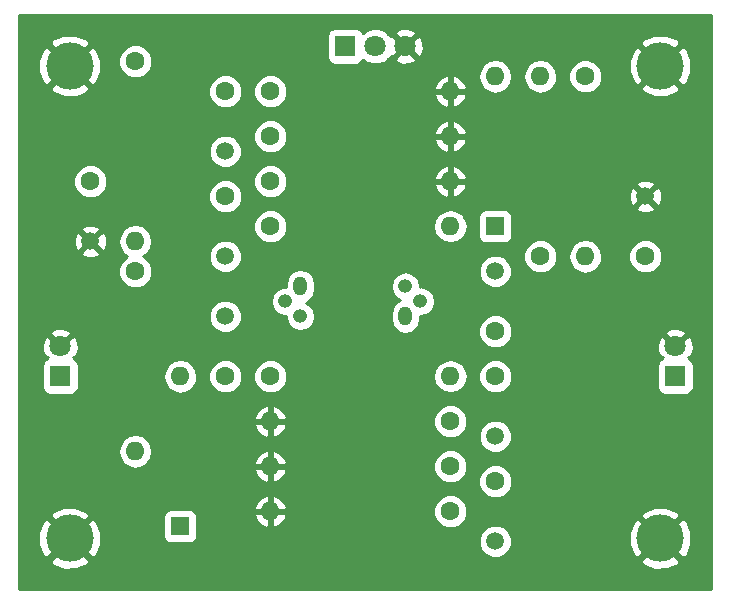
<source format=gbr>
G04 #@! TF.FileFunction,Copper,L1,Top,Signal*
%FSLAX46Y46*%
G04 Gerber Fmt 4.6, Leading zero omitted, Abs format (unit mm)*
G04 Created by KiCad (PCBNEW 4.0.7) date 06/12/18 10:06:56*
%MOMM*%
%LPD*%
G01*
G04 APERTURE LIST*
%ADD10C,0.100000*%
%ADD11C,1.600000*%
%ADD12C,1.500000*%
%ADD13R,1.600000X1.600000*%
%ADD14O,1.600000X1.600000*%
%ADD15C,4.000000*%
%ADD16R,1.800000X1.800000*%
%ADD17C,1.800000*%
%ADD18O,1.200000X1.600000*%
%ADD19O,1.200000X1.200000*%
%ADD20C,0.254000*%
G04 APERTURE END LIST*
D10*
D11*
X123190000Y-66040000D03*
D12*
X123190000Y-71120000D03*
D11*
X123190000Y-81280000D03*
D12*
X123190000Y-76200000D03*
D11*
X158750000Y-71120000D03*
D12*
X158750000Y-66040000D03*
D11*
X111760000Y-64770000D03*
D12*
X111760000Y-69850000D03*
D11*
X146050000Y-90170000D03*
D12*
X146050000Y-95250000D03*
D11*
X123190000Y-57150000D03*
D12*
X123190000Y-62230000D03*
D11*
X146050000Y-77470000D03*
D12*
X146050000Y-72390000D03*
D11*
X146050000Y-81280000D03*
D12*
X146050000Y-86360000D03*
D13*
X146050000Y-68580000D03*
D14*
X146050000Y-55880000D03*
D13*
X119380000Y-93980000D03*
D14*
X119380000Y-81280000D03*
D15*
X110000000Y-95000000D03*
X160000000Y-95000000D03*
X110000000Y-55000000D03*
X160000000Y-55000000D03*
D16*
X133350000Y-53340000D03*
D17*
X135890000Y-53340000D03*
X138430000Y-53340000D03*
D16*
X109220000Y-81280000D03*
D17*
X109220000Y-78740000D03*
D16*
X161290000Y-81280000D03*
D17*
X161290000Y-78740000D03*
D18*
X129540000Y-73660000D03*
D19*
X128270000Y-74930000D03*
X129540000Y-76200000D03*
D18*
X138430000Y-76200000D03*
D19*
X139700000Y-74930000D03*
X138430000Y-73660000D03*
D11*
X153670000Y-55880000D03*
D14*
X153670000Y-71120000D03*
D11*
X115570000Y-54610000D03*
D14*
X115570000Y-69850000D03*
D11*
X127000000Y-64770000D03*
D14*
X142240000Y-64770000D03*
D11*
X142240000Y-92710000D03*
D14*
X127000000Y-92710000D03*
D11*
X149860000Y-71120000D03*
D14*
X149860000Y-55880000D03*
D11*
X127000000Y-68580000D03*
D14*
X142240000Y-68580000D03*
D11*
X115570000Y-72390000D03*
D14*
X115570000Y-87630000D03*
D11*
X127000000Y-60960000D03*
D14*
X142240000Y-60960000D03*
D11*
X142240000Y-88900000D03*
D14*
X127000000Y-88900000D03*
D11*
X127000000Y-81280000D03*
D14*
X142240000Y-81280000D03*
D11*
X127000000Y-57150000D03*
D14*
X142240000Y-57150000D03*
D11*
X142240000Y-85090000D03*
D14*
X127000000Y-85090000D03*
D20*
G36*
X164290000Y-99290000D02*
X105710000Y-99290000D01*
X105710000Y-96875022D01*
X108304584Y-96875022D01*
X108525353Y-97245743D01*
X109497012Y-97639119D01*
X110545247Y-97630713D01*
X111474647Y-97245743D01*
X111695416Y-96875022D01*
X158304584Y-96875022D01*
X158525353Y-97245743D01*
X159497012Y-97639119D01*
X160545247Y-97630713D01*
X161474647Y-97245743D01*
X161695416Y-96875022D01*
X160000000Y-95179605D01*
X158304584Y-96875022D01*
X111695416Y-96875022D01*
X110000000Y-95179605D01*
X108304584Y-96875022D01*
X105710000Y-96875022D01*
X105710000Y-94497012D01*
X107360881Y-94497012D01*
X107369287Y-95545247D01*
X107754257Y-96474647D01*
X108124978Y-96695416D01*
X109820395Y-95000000D01*
X110179605Y-95000000D01*
X111875022Y-96695416D01*
X112245743Y-96474647D01*
X112630496Y-95524285D01*
X144664760Y-95524285D01*
X144875169Y-96033515D01*
X145264436Y-96423461D01*
X145773298Y-96634759D01*
X146324285Y-96635240D01*
X146833515Y-96424831D01*
X147223461Y-96035564D01*
X147434759Y-95526702D01*
X147435240Y-94975715D01*
X147237445Y-94497012D01*
X157360881Y-94497012D01*
X157369287Y-95545247D01*
X157754257Y-96474647D01*
X158124978Y-96695416D01*
X159820395Y-95000000D01*
X160179605Y-95000000D01*
X161875022Y-96695416D01*
X162245743Y-96474647D01*
X162639119Y-95502988D01*
X162630713Y-94454753D01*
X162245743Y-93525353D01*
X161875022Y-93304584D01*
X160179605Y-95000000D01*
X159820395Y-95000000D01*
X158124978Y-93304584D01*
X157754257Y-93525353D01*
X157360881Y-94497012D01*
X147237445Y-94497012D01*
X147224831Y-94466485D01*
X146835564Y-94076539D01*
X146326702Y-93865241D01*
X145775715Y-93864760D01*
X145266485Y-94075169D01*
X144876539Y-94464436D01*
X144665241Y-94973298D01*
X144664760Y-95524285D01*
X112630496Y-95524285D01*
X112639119Y-95502988D01*
X112630713Y-94454753D01*
X112245743Y-93525353D01*
X111875022Y-93304584D01*
X110179605Y-95000000D01*
X109820395Y-95000000D01*
X108124978Y-93304584D01*
X107754257Y-93525353D01*
X107360881Y-94497012D01*
X105710000Y-94497012D01*
X105710000Y-93124978D01*
X108304584Y-93124978D01*
X110000000Y-94820395D01*
X111640394Y-93180000D01*
X117932560Y-93180000D01*
X117932560Y-94780000D01*
X117976838Y-95015317D01*
X118115910Y-95231441D01*
X118328110Y-95376431D01*
X118580000Y-95427440D01*
X120180000Y-95427440D01*
X120415317Y-95383162D01*
X120631441Y-95244090D01*
X120776431Y-95031890D01*
X120827440Y-94780000D01*
X120827440Y-93180000D01*
X120804680Y-93059039D01*
X125608096Y-93059039D01*
X125768959Y-93447423D01*
X126144866Y-93862389D01*
X126650959Y-94101914D01*
X126873000Y-93980629D01*
X126873000Y-92837000D01*
X127127000Y-92837000D01*
X127127000Y-93980629D01*
X127349041Y-94101914D01*
X127855134Y-93862389D01*
X128231041Y-93447423D01*
X128391904Y-93059039D01*
X128356275Y-92994187D01*
X140804752Y-92994187D01*
X141022757Y-93521800D01*
X141426077Y-93925824D01*
X141953309Y-94144750D01*
X142524187Y-94145248D01*
X143051800Y-93927243D01*
X143455824Y-93523923D01*
X143621480Y-93124978D01*
X158304584Y-93124978D01*
X160000000Y-94820395D01*
X161695416Y-93124978D01*
X161474647Y-92754257D01*
X160502988Y-92360881D01*
X159454753Y-92369287D01*
X158525353Y-92754257D01*
X158304584Y-93124978D01*
X143621480Y-93124978D01*
X143674750Y-92996691D01*
X143675248Y-92425813D01*
X143457243Y-91898200D01*
X143053923Y-91494176D01*
X142526691Y-91275250D01*
X141955813Y-91274752D01*
X141428200Y-91492757D01*
X141024176Y-91896077D01*
X140805250Y-92423309D01*
X140804752Y-92994187D01*
X128356275Y-92994187D01*
X128269915Y-92837000D01*
X127127000Y-92837000D01*
X126873000Y-92837000D01*
X125730085Y-92837000D01*
X125608096Y-93059039D01*
X120804680Y-93059039D01*
X120783162Y-92944683D01*
X120644090Y-92728559D01*
X120431890Y-92583569D01*
X120180000Y-92532560D01*
X118580000Y-92532560D01*
X118344683Y-92576838D01*
X118128559Y-92715910D01*
X117983569Y-92928110D01*
X117932560Y-93180000D01*
X111640394Y-93180000D01*
X111695416Y-93124978D01*
X111474647Y-92754257D01*
X110503186Y-92360961D01*
X125608096Y-92360961D01*
X125730085Y-92583000D01*
X126873000Y-92583000D01*
X126873000Y-91439371D01*
X127127000Y-91439371D01*
X127127000Y-92583000D01*
X128269915Y-92583000D01*
X128391904Y-92360961D01*
X128231041Y-91972577D01*
X127855134Y-91557611D01*
X127349041Y-91318086D01*
X127127000Y-91439371D01*
X126873000Y-91439371D01*
X126650959Y-91318086D01*
X126144866Y-91557611D01*
X125768959Y-91972577D01*
X125608096Y-92360961D01*
X110503186Y-92360961D01*
X110502988Y-92360881D01*
X109454753Y-92369287D01*
X108525353Y-92754257D01*
X108304584Y-93124978D01*
X105710000Y-93124978D01*
X105710000Y-90454187D01*
X144614752Y-90454187D01*
X144832757Y-90981800D01*
X145236077Y-91385824D01*
X145763309Y-91604750D01*
X146334187Y-91605248D01*
X146861800Y-91387243D01*
X147265824Y-90983923D01*
X147484750Y-90456691D01*
X147485248Y-89885813D01*
X147267243Y-89358200D01*
X146863923Y-88954176D01*
X146336691Y-88735250D01*
X145765813Y-88734752D01*
X145238200Y-88952757D01*
X144834176Y-89356077D01*
X144615250Y-89883309D01*
X144614752Y-90454187D01*
X105710000Y-90454187D01*
X105710000Y-89249039D01*
X125608096Y-89249039D01*
X125768959Y-89637423D01*
X126144866Y-90052389D01*
X126650959Y-90291914D01*
X126873000Y-90170629D01*
X126873000Y-89027000D01*
X127127000Y-89027000D01*
X127127000Y-90170629D01*
X127349041Y-90291914D01*
X127855134Y-90052389D01*
X128231041Y-89637423D01*
X128391904Y-89249039D01*
X128356275Y-89184187D01*
X140804752Y-89184187D01*
X141022757Y-89711800D01*
X141426077Y-90115824D01*
X141953309Y-90334750D01*
X142524187Y-90335248D01*
X143051800Y-90117243D01*
X143455824Y-89713923D01*
X143674750Y-89186691D01*
X143675248Y-88615813D01*
X143457243Y-88088200D01*
X143053923Y-87684176D01*
X142526691Y-87465250D01*
X141955813Y-87464752D01*
X141428200Y-87682757D01*
X141024176Y-88086077D01*
X140805250Y-88613309D01*
X140804752Y-89184187D01*
X128356275Y-89184187D01*
X128269915Y-89027000D01*
X127127000Y-89027000D01*
X126873000Y-89027000D01*
X125730085Y-89027000D01*
X125608096Y-89249039D01*
X105710000Y-89249039D01*
X105710000Y-87601887D01*
X114135000Y-87601887D01*
X114135000Y-87658113D01*
X114244233Y-88207264D01*
X114555302Y-88672811D01*
X115020849Y-88983880D01*
X115570000Y-89093113D01*
X116119151Y-88983880D01*
X116584698Y-88672811D01*
X116666115Y-88550961D01*
X125608096Y-88550961D01*
X125730085Y-88773000D01*
X126873000Y-88773000D01*
X126873000Y-87629371D01*
X127127000Y-87629371D01*
X127127000Y-88773000D01*
X128269915Y-88773000D01*
X128391904Y-88550961D01*
X128231041Y-88162577D01*
X127855134Y-87747611D01*
X127349041Y-87508086D01*
X127127000Y-87629371D01*
X126873000Y-87629371D01*
X126650959Y-87508086D01*
X126144866Y-87747611D01*
X125768959Y-88162577D01*
X125608096Y-88550961D01*
X116666115Y-88550961D01*
X116895767Y-88207264D01*
X117005000Y-87658113D01*
X117005000Y-87601887D01*
X116895767Y-87052736D01*
X116616167Y-86634285D01*
X144664760Y-86634285D01*
X144875169Y-87143515D01*
X145264436Y-87533461D01*
X145773298Y-87744759D01*
X146324285Y-87745240D01*
X146833515Y-87534831D01*
X147223461Y-87145564D01*
X147434759Y-86636702D01*
X147435240Y-86085715D01*
X147224831Y-85576485D01*
X146835564Y-85186539D01*
X146326702Y-84975241D01*
X145775715Y-84974760D01*
X145266485Y-85185169D01*
X144876539Y-85574436D01*
X144665241Y-86083298D01*
X144664760Y-86634285D01*
X116616167Y-86634285D01*
X116584698Y-86587189D01*
X116119151Y-86276120D01*
X115570000Y-86166887D01*
X115020849Y-86276120D01*
X114555302Y-86587189D01*
X114244233Y-87052736D01*
X114135000Y-87601887D01*
X105710000Y-87601887D01*
X105710000Y-85439039D01*
X125608096Y-85439039D01*
X125768959Y-85827423D01*
X126144866Y-86242389D01*
X126650959Y-86481914D01*
X126873000Y-86360629D01*
X126873000Y-85217000D01*
X127127000Y-85217000D01*
X127127000Y-86360629D01*
X127349041Y-86481914D01*
X127855134Y-86242389D01*
X128231041Y-85827423D01*
X128391904Y-85439039D01*
X128356275Y-85374187D01*
X140804752Y-85374187D01*
X141022757Y-85901800D01*
X141426077Y-86305824D01*
X141953309Y-86524750D01*
X142524187Y-86525248D01*
X143051800Y-86307243D01*
X143455824Y-85903923D01*
X143674750Y-85376691D01*
X143675248Y-84805813D01*
X143457243Y-84278200D01*
X143053923Y-83874176D01*
X142526691Y-83655250D01*
X141955813Y-83654752D01*
X141428200Y-83872757D01*
X141024176Y-84276077D01*
X140805250Y-84803309D01*
X140804752Y-85374187D01*
X128356275Y-85374187D01*
X128269915Y-85217000D01*
X127127000Y-85217000D01*
X126873000Y-85217000D01*
X125730085Y-85217000D01*
X125608096Y-85439039D01*
X105710000Y-85439039D01*
X105710000Y-84740961D01*
X125608096Y-84740961D01*
X125730085Y-84963000D01*
X126873000Y-84963000D01*
X126873000Y-83819371D01*
X127127000Y-83819371D01*
X127127000Y-84963000D01*
X128269915Y-84963000D01*
X128391904Y-84740961D01*
X128231041Y-84352577D01*
X127855134Y-83937611D01*
X127349041Y-83698086D01*
X127127000Y-83819371D01*
X126873000Y-83819371D01*
X126650959Y-83698086D01*
X126144866Y-83937611D01*
X125768959Y-84352577D01*
X125608096Y-84740961D01*
X105710000Y-84740961D01*
X105710000Y-80380000D01*
X107672560Y-80380000D01*
X107672560Y-82180000D01*
X107716838Y-82415317D01*
X107855910Y-82631441D01*
X108068110Y-82776431D01*
X108320000Y-82827440D01*
X110120000Y-82827440D01*
X110355317Y-82783162D01*
X110571441Y-82644090D01*
X110716431Y-82431890D01*
X110767440Y-82180000D01*
X110767440Y-81251887D01*
X117945000Y-81251887D01*
X117945000Y-81308113D01*
X118054233Y-81857264D01*
X118365302Y-82322811D01*
X118830849Y-82633880D01*
X119380000Y-82743113D01*
X119929151Y-82633880D01*
X120394698Y-82322811D01*
X120705767Y-81857264D01*
X120764063Y-81564187D01*
X121754752Y-81564187D01*
X121972757Y-82091800D01*
X122376077Y-82495824D01*
X122903309Y-82714750D01*
X123474187Y-82715248D01*
X124001800Y-82497243D01*
X124405824Y-82093923D01*
X124624750Y-81566691D01*
X124624752Y-81564187D01*
X125564752Y-81564187D01*
X125782757Y-82091800D01*
X126186077Y-82495824D01*
X126713309Y-82714750D01*
X127284187Y-82715248D01*
X127811800Y-82497243D01*
X128215824Y-82093923D01*
X128434750Y-81566691D01*
X128435000Y-81280000D01*
X140776887Y-81280000D01*
X140886120Y-81829151D01*
X141197189Y-82294698D01*
X141662736Y-82605767D01*
X142211887Y-82715000D01*
X142268113Y-82715000D01*
X142817264Y-82605767D01*
X143282811Y-82294698D01*
X143593880Y-81829151D01*
X143646584Y-81564187D01*
X144614752Y-81564187D01*
X144832757Y-82091800D01*
X145236077Y-82495824D01*
X145763309Y-82714750D01*
X146334187Y-82715248D01*
X146861800Y-82497243D01*
X147265824Y-82093923D01*
X147484750Y-81566691D01*
X147485248Y-80995813D01*
X147267243Y-80468200D01*
X147179197Y-80380000D01*
X159742560Y-80380000D01*
X159742560Y-82180000D01*
X159786838Y-82415317D01*
X159925910Y-82631441D01*
X160138110Y-82776431D01*
X160390000Y-82827440D01*
X162190000Y-82827440D01*
X162425317Y-82783162D01*
X162641441Y-82644090D01*
X162786431Y-82431890D01*
X162837440Y-82180000D01*
X162837440Y-80380000D01*
X162793162Y-80144683D01*
X162654090Y-79928559D01*
X162450426Y-79789402D01*
X162484718Y-79755110D01*
X162370161Y-79640553D01*
X162626643Y-79554148D01*
X162836458Y-78980664D01*
X162810839Y-78370540D01*
X162626643Y-77925852D01*
X162370159Y-77839446D01*
X161469605Y-78740000D01*
X161483748Y-78754143D01*
X161304143Y-78933748D01*
X161290000Y-78919605D01*
X161275858Y-78933748D01*
X161096253Y-78754143D01*
X161110395Y-78740000D01*
X160209841Y-77839446D01*
X159953357Y-77925852D01*
X159743542Y-78499336D01*
X159769161Y-79109460D01*
X159953357Y-79554148D01*
X160209839Y-79640553D01*
X160095282Y-79755110D01*
X160131760Y-79791588D01*
X159938559Y-79915910D01*
X159793569Y-80128110D01*
X159742560Y-80380000D01*
X147179197Y-80380000D01*
X146863923Y-80064176D01*
X146336691Y-79845250D01*
X145765813Y-79844752D01*
X145238200Y-80062757D01*
X144834176Y-80466077D01*
X144615250Y-80993309D01*
X144614752Y-81564187D01*
X143646584Y-81564187D01*
X143703113Y-81280000D01*
X143593880Y-80730849D01*
X143282811Y-80265302D01*
X142817264Y-79954233D01*
X142268113Y-79845000D01*
X142211887Y-79845000D01*
X141662736Y-79954233D01*
X141197189Y-80265302D01*
X140886120Y-80730849D01*
X140776887Y-81280000D01*
X128435000Y-81280000D01*
X128435248Y-80995813D01*
X128217243Y-80468200D01*
X127813923Y-80064176D01*
X127286691Y-79845250D01*
X126715813Y-79844752D01*
X126188200Y-80062757D01*
X125784176Y-80466077D01*
X125565250Y-80993309D01*
X125564752Y-81564187D01*
X124624752Y-81564187D01*
X124625248Y-80995813D01*
X124407243Y-80468200D01*
X124003923Y-80064176D01*
X123476691Y-79845250D01*
X122905813Y-79844752D01*
X122378200Y-80062757D01*
X121974176Y-80466077D01*
X121755250Y-80993309D01*
X121754752Y-81564187D01*
X120764063Y-81564187D01*
X120815000Y-81308113D01*
X120815000Y-81251887D01*
X120705767Y-80702736D01*
X120394698Y-80237189D01*
X119929151Y-79926120D01*
X119380000Y-79816887D01*
X118830849Y-79926120D01*
X118365302Y-80237189D01*
X118054233Y-80702736D01*
X117945000Y-81251887D01*
X110767440Y-81251887D01*
X110767440Y-80380000D01*
X110723162Y-80144683D01*
X110584090Y-79928559D01*
X110380426Y-79789402D01*
X110414718Y-79755110D01*
X110300161Y-79640553D01*
X110556643Y-79554148D01*
X110766458Y-78980664D01*
X110740839Y-78370540D01*
X110556643Y-77925852D01*
X110300159Y-77839446D01*
X109399605Y-78740000D01*
X109413748Y-78754143D01*
X109234143Y-78933748D01*
X109220000Y-78919605D01*
X109205858Y-78933748D01*
X109026253Y-78754143D01*
X109040395Y-78740000D01*
X108139841Y-77839446D01*
X107883357Y-77925852D01*
X107673542Y-78499336D01*
X107699161Y-79109460D01*
X107883357Y-79554148D01*
X108139839Y-79640553D01*
X108025282Y-79755110D01*
X108061760Y-79791588D01*
X107868559Y-79915910D01*
X107723569Y-80128110D01*
X107672560Y-80380000D01*
X105710000Y-80380000D01*
X105710000Y-77659841D01*
X108319446Y-77659841D01*
X109220000Y-78560395D01*
X110026208Y-77754187D01*
X144614752Y-77754187D01*
X144832757Y-78281800D01*
X145236077Y-78685824D01*
X145763309Y-78904750D01*
X146334187Y-78905248D01*
X146861800Y-78687243D01*
X147265824Y-78283923D01*
X147484750Y-77756691D01*
X147484834Y-77659841D01*
X160389446Y-77659841D01*
X161290000Y-78560395D01*
X162190554Y-77659841D01*
X162104148Y-77403357D01*
X161530664Y-77193542D01*
X160920540Y-77219161D01*
X160475852Y-77403357D01*
X160389446Y-77659841D01*
X147484834Y-77659841D01*
X147485248Y-77185813D01*
X147267243Y-76658200D01*
X146863923Y-76254176D01*
X146336691Y-76035250D01*
X145765813Y-76034752D01*
X145238200Y-76252757D01*
X144834176Y-76656077D01*
X144615250Y-77183309D01*
X144614752Y-77754187D01*
X110026208Y-77754187D01*
X110120554Y-77659841D01*
X110034148Y-77403357D01*
X109460664Y-77193542D01*
X108850540Y-77219161D01*
X108405852Y-77403357D01*
X108319446Y-77659841D01*
X105710000Y-77659841D01*
X105710000Y-76474285D01*
X121804760Y-76474285D01*
X122015169Y-76983515D01*
X122404436Y-77373461D01*
X122913298Y-77584759D01*
X123464285Y-77585240D01*
X123973515Y-77374831D01*
X124363461Y-76985564D01*
X124574759Y-76476702D01*
X124575240Y-75925715D01*
X124364831Y-75416485D01*
X123975564Y-75026539D01*
X123684805Y-74905805D01*
X127035000Y-74905805D01*
X127035000Y-74954195D01*
X127129009Y-75426809D01*
X127396723Y-75827472D01*
X127797386Y-76095186D01*
X128270000Y-76189195D01*
X128305000Y-76182233D01*
X128305000Y-76224195D01*
X128399009Y-76696809D01*
X128666723Y-77097472D01*
X129067386Y-77365186D01*
X129540000Y-77459195D01*
X130012614Y-77365186D01*
X130413277Y-77097472D01*
X130680991Y-76696809D01*
X130775000Y-76224195D01*
X130775000Y-76175805D01*
X130680991Y-75703191D01*
X130413277Y-75302528D01*
X130012614Y-75034814D01*
X129998261Y-75031959D01*
X130012614Y-75029104D01*
X130413277Y-74761390D01*
X130680991Y-74360727D01*
X130775000Y-73888113D01*
X130775000Y-73635805D01*
X137195000Y-73635805D01*
X137195000Y-73684195D01*
X137289009Y-74156809D01*
X137556723Y-74557472D01*
X137957386Y-74825186D01*
X137971739Y-74828041D01*
X137957386Y-74830896D01*
X137556723Y-75098610D01*
X137289009Y-75499273D01*
X137195000Y-75971887D01*
X137195000Y-76428113D01*
X137289009Y-76900727D01*
X137556723Y-77301390D01*
X137957386Y-77569104D01*
X138430000Y-77663113D01*
X138902614Y-77569104D01*
X139303277Y-77301390D01*
X139570991Y-76900727D01*
X139665000Y-76428113D01*
X139665000Y-76182233D01*
X139700000Y-76189195D01*
X140172614Y-76095186D01*
X140573277Y-75827472D01*
X140840991Y-75426809D01*
X140935000Y-74954195D01*
X140935000Y-74905805D01*
X140840991Y-74433191D01*
X140573277Y-74032528D01*
X140172614Y-73764814D01*
X139700000Y-73670805D01*
X139665000Y-73677767D01*
X139665000Y-73635805D01*
X139570991Y-73163191D01*
X139303277Y-72762528D01*
X139156246Y-72664285D01*
X144664760Y-72664285D01*
X144875169Y-73173515D01*
X145264436Y-73563461D01*
X145773298Y-73774759D01*
X146324285Y-73775240D01*
X146833515Y-73564831D01*
X147223461Y-73175564D01*
X147434759Y-72666702D01*
X147435240Y-72115715D01*
X147224831Y-71606485D01*
X147022886Y-71404187D01*
X148424752Y-71404187D01*
X148642757Y-71931800D01*
X149046077Y-72335824D01*
X149573309Y-72554750D01*
X150144187Y-72555248D01*
X150671800Y-72337243D01*
X151075824Y-71933923D01*
X151294750Y-71406691D01*
X151295024Y-71091887D01*
X152235000Y-71091887D01*
X152235000Y-71148113D01*
X152344233Y-71697264D01*
X152655302Y-72162811D01*
X153120849Y-72473880D01*
X153670000Y-72583113D01*
X154219151Y-72473880D01*
X154684698Y-72162811D01*
X154995767Y-71697264D01*
X155054063Y-71404187D01*
X157314752Y-71404187D01*
X157532757Y-71931800D01*
X157936077Y-72335824D01*
X158463309Y-72554750D01*
X159034187Y-72555248D01*
X159561800Y-72337243D01*
X159965824Y-71933923D01*
X160184750Y-71406691D01*
X160185248Y-70835813D01*
X159967243Y-70308200D01*
X159563923Y-69904176D01*
X159036691Y-69685250D01*
X158465813Y-69684752D01*
X157938200Y-69902757D01*
X157534176Y-70306077D01*
X157315250Y-70833309D01*
X157314752Y-71404187D01*
X155054063Y-71404187D01*
X155105000Y-71148113D01*
X155105000Y-71091887D01*
X154995767Y-70542736D01*
X154684698Y-70077189D01*
X154219151Y-69766120D01*
X153670000Y-69656887D01*
X153120849Y-69766120D01*
X152655302Y-70077189D01*
X152344233Y-70542736D01*
X152235000Y-71091887D01*
X151295024Y-71091887D01*
X151295248Y-70835813D01*
X151077243Y-70308200D01*
X150673923Y-69904176D01*
X150146691Y-69685250D01*
X149575813Y-69684752D01*
X149048200Y-69902757D01*
X148644176Y-70306077D01*
X148425250Y-70833309D01*
X148424752Y-71404187D01*
X147022886Y-71404187D01*
X146835564Y-71216539D01*
X146326702Y-71005241D01*
X145775715Y-71004760D01*
X145266485Y-71215169D01*
X144876539Y-71604436D01*
X144665241Y-72113298D01*
X144664760Y-72664285D01*
X139156246Y-72664285D01*
X138902614Y-72494814D01*
X138430000Y-72400805D01*
X137957386Y-72494814D01*
X137556723Y-72762528D01*
X137289009Y-73163191D01*
X137195000Y-73635805D01*
X130775000Y-73635805D01*
X130775000Y-73431887D01*
X130680991Y-72959273D01*
X130413277Y-72558610D01*
X130012614Y-72290896D01*
X129540000Y-72196887D01*
X129067386Y-72290896D01*
X128666723Y-72558610D01*
X128399009Y-72959273D01*
X128305000Y-73431887D01*
X128305000Y-73677767D01*
X128270000Y-73670805D01*
X127797386Y-73764814D01*
X127396723Y-74032528D01*
X127129009Y-74433191D01*
X127035000Y-74905805D01*
X123684805Y-74905805D01*
X123466702Y-74815241D01*
X122915715Y-74814760D01*
X122406485Y-75025169D01*
X122016539Y-75414436D01*
X121805241Y-75923298D01*
X121804760Y-76474285D01*
X105710000Y-76474285D01*
X105710000Y-72674187D01*
X114134752Y-72674187D01*
X114352757Y-73201800D01*
X114756077Y-73605824D01*
X115283309Y-73824750D01*
X115854187Y-73825248D01*
X116381800Y-73607243D01*
X116785824Y-73203923D01*
X117004750Y-72676691D01*
X117005248Y-72105813D01*
X116787243Y-71578200D01*
X116603649Y-71394285D01*
X121804760Y-71394285D01*
X122015169Y-71903515D01*
X122404436Y-72293461D01*
X122913298Y-72504759D01*
X123464285Y-72505240D01*
X123973515Y-72294831D01*
X124363461Y-71905564D01*
X124574759Y-71396702D01*
X124575240Y-70845715D01*
X124364831Y-70336485D01*
X123975564Y-69946539D01*
X123466702Y-69735241D01*
X122915715Y-69734760D01*
X122406485Y-69945169D01*
X122016539Y-70334436D01*
X121805241Y-70843298D01*
X121804760Y-71394285D01*
X116603649Y-71394285D01*
X116383923Y-71174176D01*
X116248046Y-71117755D01*
X116584698Y-70892811D01*
X116895767Y-70427264D01*
X117005000Y-69878113D01*
X117005000Y-69821887D01*
X116895767Y-69272736D01*
X116622783Y-68864187D01*
X125564752Y-68864187D01*
X125782757Y-69391800D01*
X126186077Y-69795824D01*
X126713309Y-70014750D01*
X127284187Y-70015248D01*
X127811800Y-69797243D01*
X128215824Y-69393923D01*
X128434750Y-68866691D01*
X128435000Y-68580000D01*
X140776887Y-68580000D01*
X140886120Y-69129151D01*
X141197189Y-69594698D01*
X141662736Y-69905767D01*
X142211887Y-70015000D01*
X142268113Y-70015000D01*
X142817264Y-69905767D01*
X143282811Y-69594698D01*
X143593880Y-69129151D01*
X143703113Y-68580000D01*
X143593880Y-68030849D01*
X143426268Y-67780000D01*
X144602560Y-67780000D01*
X144602560Y-69380000D01*
X144646838Y-69615317D01*
X144785910Y-69831441D01*
X144998110Y-69976431D01*
X145250000Y-70027440D01*
X146850000Y-70027440D01*
X147085317Y-69983162D01*
X147301441Y-69844090D01*
X147446431Y-69631890D01*
X147497440Y-69380000D01*
X147497440Y-67780000D01*
X147453162Y-67544683D01*
X147314090Y-67328559D01*
X147101890Y-67183569D01*
X146850000Y-67132560D01*
X145250000Y-67132560D01*
X145014683Y-67176838D01*
X144798559Y-67315910D01*
X144653569Y-67528110D01*
X144602560Y-67780000D01*
X143426268Y-67780000D01*
X143282811Y-67565302D01*
X142817264Y-67254233D01*
X142268113Y-67145000D01*
X142211887Y-67145000D01*
X141662736Y-67254233D01*
X141197189Y-67565302D01*
X140886120Y-68030849D01*
X140776887Y-68580000D01*
X128435000Y-68580000D01*
X128435248Y-68295813D01*
X128217243Y-67768200D01*
X127813923Y-67364176D01*
X127286691Y-67145250D01*
X126715813Y-67144752D01*
X126188200Y-67362757D01*
X125784176Y-67766077D01*
X125565250Y-68293309D01*
X125564752Y-68864187D01*
X116622783Y-68864187D01*
X116584698Y-68807189D01*
X116119151Y-68496120D01*
X115570000Y-68386887D01*
X115020849Y-68496120D01*
X114555302Y-68807189D01*
X114244233Y-69272736D01*
X114135000Y-69821887D01*
X114135000Y-69878113D01*
X114244233Y-70427264D01*
X114555302Y-70892811D01*
X114891710Y-71117592D01*
X114758200Y-71172757D01*
X114354176Y-71576077D01*
X114135250Y-72103309D01*
X114134752Y-72674187D01*
X105710000Y-72674187D01*
X105710000Y-70821517D01*
X110968088Y-70821517D01*
X111036077Y-71062460D01*
X111555171Y-71247201D01*
X112105448Y-71219230D01*
X112483923Y-71062460D01*
X112551912Y-70821517D01*
X111760000Y-70029605D01*
X110968088Y-70821517D01*
X105710000Y-70821517D01*
X105710000Y-69645171D01*
X110362799Y-69645171D01*
X110390770Y-70195448D01*
X110547540Y-70573923D01*
X110788483Y-70641912D01*
X111580395Y-69850000D01*
X111939605Y-69850000D01*
X112731517Y-70641912D01*
X112972460Y-70573923D01*
X113157201Y-70054829D01*
X113129230Y-69504552D01*
X112972460Y-69126077D01*
X112731517Y-69058088D01*
X111939605Y-69850000D01*
X111580395Y-69850000D01*
X110788483Y-69058088D01*
X110547540Y-69126077D01*
X110362799Y-69645171D01*
X105710000Y-69645171D01*
X105710000Y-68878483D01*
X110968088Y-68878483D01*
X111760000Y-69670395D01*
X112551912Y-68878483D01*
X112483923Y-68637540D01*
X111964829Y-68452799D01*
X111414552Y-68480770D01*
X111036077Y-68637540D01*
X110968088Y-68878483D01*
X105710000Y-68878483D01*
X105710000Y-66324187D01*
X121754752Y-66324187D01*
X121972757Y-66851800D01*
X122376077Y-67255824D01*
X122903309Y-67474750D01*
X123474187Y-67475248D01*
X124001800Y-67257243D01*
X124247954Y-67011517D01*
X157958088Y-67011517D01*
X158026077Y-67252460D01*
X158545171Y-67437201D01*
X159095448Y-67409230D01*
X159473923Y-67252460D01*
X159541912Y-67011517D01*
X158750000Y-66219605D01*
X157958088Y-67011517D01*
X124247954Y-67011517D01*
X124405824Y-66853923D01*
X124624750Y-66326691D01*
X124625248Y-65755813D01*
X124407243Y-65228200D01*
X124233534Y-65054187D01*
X125564752Y-65054187D01*
X125782757Y-65581800D01*
X126186077Y-65985824D01*
X126713309Y-66204750D01*
X127284187Y-66205248D01*
X127811800Y-65987243D01*
X128215824Y-65583923D01*
X128408860Y-65119039D01*
X140848096Y-65119039D01*
X141008959Y-65507423D01*
X141384866Y-65922389D01*
X141890959Y-66161914D01*
X142113000Y-66040629D01*
X142113000Y-64897000D01*
X142367000Y-64897000D01*
X142367000Y-66040629D01*
X142589041Y-66161914D01*
X143095134Y-65922389D01*
X143174142Y-65835171D01*
X157352799Y-65835171D01*
X157380770Y-66385448D01*
X157537540Y-66763923D01*
X157778483Y-66831912D01*
X158570395Y-66040000D01*
X158929605Y-66040000D01*
X159721517Y-66831912D01*
X159962460Y-66763923D01*
X160147201Y-66244829D01*
X160119230Y-65694552D01*
X159962460Y-65316077D01*
X159721517Y-65248088D01*
X158929605Y-66040000D01*
X158570395Y-66040000D01*
X157778483Y-65248088D01*
X157537540Y-65316077D01*
X157352799Y-65835171D01*
X143174142Y-65835171D01*
X143471041Y-65507423D01*
X143631904Y-65119039D01*
X143604129Y-65068483D01*
X157958088Y-65068483D01*
X158750000Y-65860395D01*
X159541912Y-65068483D01*
X159473923Y-64827540D01*
X158954829Y-64642799D01*
X158404552Y-64670770D01*
X158026077Y-64827540D01*
X157958088Y-65068483D01*
X143604129Y-65068483D01*
X143509915Y-64897000D01*
X142367000Y-64897000D01*
X142113000Y-64897000D01*
X140970085Y-64897000D01*
X140848096Y-65119039D01*
X128408860Y-65119039D01*
X128434750Y-65056691D01*
X128435248Y-64485813D01*
X128408452Y-64420961D01*
X140848096Y-64420961D01*
X140970085Y-64643000D01*
X142113000Y-64643000D01*
X142113000Y-63499371D01*
X142367000Y-63499371D01*
X142367000Y-64643000D01*
X143509915Y-64643000D01*
X143631904Y-64420961D01*
X143471041Y-64032577D01*
X143095134Y-63617611D01*
X142589041Y-63378086D01*
X142367000Y-63499371D01*
X142113000Y-63499371D01*
X141890959Y-63378086D01*
X141384866Y-63617611D01*
X141008959Y-64032577D01*
X140848096Y-64420961D01*
X128408452Y-64420961D01*
X128217243Y-63958200D01*
X127813923Y-63554176D01*
X127286691Y-63335250D01*
X126715813Y-63334752D01*
X126188200Y-63552757D01*
X125784176Y-63956077D01*
X125565250Y-64483309D01*
X125564752Y-65054187D01*
X124233534Y-65054187D01*
X124003923Y-64824176D01*
X123476691Y-64605250D01*
X122905813Y-64604752D01*
X122378200Y-64822757D01*
X121974176Y-65226077D01*
X121755250Y-65753309D01*
X121754752Y-66324187D01*
X105710000Y-66324187D01*
X105710000Y-65054187D01*
X110324752Y-65054187D01*
X110542757Y-65581800D01*
X110946077Y-65985824D01*
X111473309Y-66204750D01*
X112044187Y-66205248D01*
X112571800Y-65987243D01*
X112975824Y-65583923D01*
X113194750Y-65056691D01*
X113195248Y-64485813D01*
X112977243Y-63958200D01*
X112573923Y-63554176D01*
X112046691Y-63335250D01*
X111475813Y-63334752D01*
X110948200Y-63552757D01*
X110544176Y-63956077D01*
X110325250Y-64483309D01*
X110324752Y-65054187D01*
X105710000Y-65054187D01*
X105710000Y-62504285D01*
X121804760Y-62504285D01*
X122015169Y-63013515D01*
X122404436Y-63403461D01*
X122913298Y-63614759D01*
X123464285Y-63615240D01*
X123973515Y-63404831D01*
X124363461Y-63015564D01*
X124574759Y-62506702D01*
X124575240Y-61955715D01*
X124364831Y-61446485D01*
X124162886Y-61244187D01*
X125564752Y-61244187D01*
X125782757Y-61771800D01*
X126186077Y-62175824D01*
X126713309Y-62394750D01*
X127284187Y-62395248D01*
X127811800Y-62177243D01*
X128215824Y-61773923D01*
X128408860Y-61309039D01*
X140848096Y-61309039D01*
X141008959Y-61697423D01*
X141384866Y-62112389D01*
X141890959Y-62351914D01*
X142113000Y-62230629D01*
X142113000Y-61087000D01*
X142367000Y-61087000D01*
X142367000Y-62230629D01*
X142589041Y-62351914D01*
X143095134Y-62112389D01*
X143471041Y-61697423D01*
X143631904Y-61309039D01*
X143509915Y-61087000D01*
X142367000Y-61087000D01*
X142113000Y-61087000D01*
X140970085Y-61087000D01*
X140848096Y-61309039D01*
X128408860Y-61309039D01*
X128434750Y-61246691D01*
X128435248Y-60675813D01*
X128408452Y-60610961D01*
X140848096Y-60610961D01*
X140970085Y-60833000D01*
X142113000Y-60833000D01*
X142113000Y-59689371D01*
X142367000Y-59689371D01*
X142367000Y-60833000D01*
X143509915Y-60833000D01*
X143631904Y-60610961D01*
X143471041Y-60222577D01*
X143095134Y-59807611D01*
X142589041Y-59568086D01*
X142367000Y-59689371D01*
X142113000Y-59689371D01*
X141890959Y-59568086D01*
X141384866Y-59807611D01*
X141008959Y-60222577D01*
X140848096Y-60610961D01*
X128408452Y-60610961D01*
X128217243Y-60148200D01*
X127813923Y-59744176D01*
X127286691Y-59525250D01*
X126715813Y-59524752D01*
X126188200Y-59742757D01*
X125784176Y-60146077D01*
X125565250Y-60673309D01*
X125564752Y-61244187D01*
X124162886Y-61244187D01*
X123975564Y-61056539D01*
X123466702Y-60845241D01*
X122915715Y-60844760D01*
X122406485Y-61055169D01*
X122016539Y-61444436D01*
X121805241Y-61953298D01*
X121804760Y-62504285D01*
X105710000Y-62504285D01*
X105710000Y-56875022D01*
X108304584Y-56875022D01*
X108525353Y-57245743D01*
X109497012Y-57639119D01*
X110545247Y-57630713D01*
X111019702Y-57434187D01*
X121754752Y-57434187D01*
X121972757Y-57961800D01*
X122376077Y-58365824D01*
X122903309Y-58584750D01*
X123474187Y-58585248D01*
X124001800Y-58367243D01*
X124405824Y-57963923D01*
X124624750Y-57436691D01*
X124624752Y-57434187D01*
X125564752Y-57434187D01*
X125782757Y-57961800D01*
X126186077Y-58365824D01*
X126713309Y-58584750D01*
X127284187Y-58585248D01*
X127811800Y-58367243D01*
X128215824Y-57963923D01*
X128408860Y-57499039D01*
X140848096Y-57499039D01*
X141008959Y-57887423D01*
X141384866Y-58302389D01*
X141890959Y-58541914D01*
X142113000Y-58420629D01*
X142113000Y-57277000D01*
X142367000Y-57277000D01*
X142367000Y-58420629D01*
X142589041Y-58541914D01*
X143095134Y-58302389D01*
X143471041Y-57887423D01*
X143631904Y-57499039D01*
X143509915Y-57277000D01*
X142367000Y-57277000D01*
X142113000Y-57277000D01*
X140970085Y-57277000D01*
X140848096Y-57499039D01*
X128408860Y-57499039D01*
X128434750Y-57436691D01*
X128435248Y-56865813D01*
X128408452Y-56800961D01*
X140848096Y-56800961D01*
X140970085Y-57023000D01*
X142113000Y-57023000D01*
X142113000Y-55879371D01*
X142367000Y-55879371D01*
X142367000Y-57023000D01*
X143509915Y-57023000D01*
X143631904Y-56800961D01*
X143471041Y-56412577D01*
X143095134Y-55997611D01*
X142787234Y-55851887D01*
X144615000Y-55851887D01*
X144615000Y-55908113D01*
X144724233Y-56457264D01*
X145035302Y-56922811D01*
X145500849Y-57233880D01*
X146050000Y-57343113D01*
X146599151Y-57233880D01*
X147064698Y-56922811D01*
X147375767Y-56457264D01*
X147485000Y-55908113D01*
X147485000Y-55851887D01*
X148425000Y-55851887D01*
X148425000Y-55908113D01*
X148534233Y-56457264D01*
X148845302Y-56922811D01*
X149310849Y-57233880D01*
X149860000Y-57343113D01*
X150409151Y-57233880D01*
X150874698Y-56922811D01*
X151185767Y-56457264D01*
X151244063Y-56164187D01*
X152234752Y-56164187D01*
X152452757Y-56691800D01*
X152856077Y-57095824D01*
X153383309Y-57314750D01*
X153954187Y-57315248D01*
X154481800Y-57097243D01*
X154704408Y-56875022D01*
X158304584Y-56875022D01*
X158525353Y-57245743D01*
X159497012Y-57639119D01*
X160545247Y-57630713D01*
X161474647Y-57245743D01*
X161695416Y-56875022D01*
X160000000Y-55179605D01*
X158304584Y-56875022D01*
X154704408Y-56875022D01*
X154885824Y-56693923D01*
X155104750Y-56166691D01*
X155105248Y-55595813D01*
X154887243Y-55068200D01*
X154483923Y-54664176D01*
X154081348Y-54497012D01*
X157360881Y-54497012D01*
X157369287Y-55545247D01*
X157754257Y-56474647D01*
X158124978Y-56695416D01*
X159820395Y-55000000D01*
X160179605Y-55000000D01*
X161875022Y-56695416D01*
X162245743Y-56474647D01*
X162639119Y-55502988D01*
X162630713Y-54454753D01*
X162245743Y-53525353D01*
X161875022Y-53304584D01*
X160179605Y-55000000D01*
X159820395Y-55000000D01*
X158124978Y-53304584D01*
X157754257Y-53525353D01*
X157360881Y-54497012D01*
X154081348Y-54497012D01*
X153956691Y-54445250D01*
X153385813Y-54444752D01*
X152858200Y-54662757D01*
X152454176Y-55066077D01*
X152235250Y-55593309D01*
X152234752Y-56164187D01*
X151244063Y-56164187D01*
X151295000Y-55908113D01*
X151295000Y-55851887D01*
X151185767Y-55302736D01*
X150874698Y-54837189D01*
X150409151Y-54526120D01*
X149860000Y-54416887D01*
X149310849Y-54526120D01*
X148845302Y-54837189D01*
X148534233Y-55302736D01*
X148425000Y-55851887D01*
X147485000Y-55851887D01*
X147375767Y-55302736D01*
X147064698Y-54837189D01*
X146599151Y-54526120D01*
X146050000Y-54416887D01*
X145500849Y-54526120D01*
X145035302Y-54837189D01*
X144724233Y-55302736D01*
X144615000Y-55851887D01*
X142787234Y-55851887D01*
X142589041Y-55758086D01*
X142367000Y-55879371D01*
X142113000Y-55879371D01*
X141890959Y-55758086D01*
X141384866Y-55997611D01*
X141008959Y-56412577D01*
X140848096Y-56800961D01*
X128408452Y-56800961D01*
X128217243Y-56338200D01*
X127813923Y-55934176D01*
X127286691Y-55715250D01*
X126715813Y-55714752D01*
X126188200Y-55932757D01*
X125784176Y-56336077D01*
X125565250Y-56863309D01*
X125564752Y-57434187D01*
X124624752Y-57434187D01*
X124625248Y-56865813D01*
X124407243Y-56338200D01*
X124003923Y-55934176D01*
X123476691Y-55715250D01*
X122905813Y-55714752D01*
X122378200Y-55932757D01*
X121974176Y-56336077D01*
X121755250Y-56863309D01*
X121754752Y-57434187D01*
X111019702Y-57434187D01*
X111474647Y-57245743D01*
X111695416Y-56875022D01*
X110000000Y-55179605D01*
X108304584Y-56875022D01*
X105710000Y-56875022D01*
X105710000Y-54497012D01*
X107360881Y-54497012D01*
X107369287Y-55545247D01*
X107754257Y-56474647D01*
X108124978Y-56695416D01*
X109820395Y-55000000D01*
X110179605Y-55000000D01*
X111875022Y-56695416D01*
X112245743Y-56474647D01*
X112639119Y-55502988D01*
X112634237Y-54894187D01*
X114134752Y-54894187D01*
X114352757Y-55421800D01*
X114756077Y-55825824D01*
X115283309Y-56044750D01*
X115854187Y-56045248D01*
X116381800Y-55827243D01*
X116785824Y-55423923D01*
X117004750Y-54896691D01*
X117005248Y-54325813D01*
X116787243Y-53798200D01*
X116383923Y-53394176D01*
X115856691Y-53175250D01*
X115285813Y-53174752D01*
X114758200Y-53392757D01*
X114354176Y-53796077D01*
X114135250Y-54323309D01*
X114134752Y-54894187D01*
X112634237Y-54894187D01*
X112630713Y-54454753D01*
X112245743Y-53525353D01*
X111875022Y-53304584D01*
X110179605Y-55000000D01*
X109820395Y-55000000D01*
X108124978Y-53304584D01*
X107754257Y-53525353D01*
X107360881Y-54497012D01*
X105710000Y-54497012D01*
X105710000Y-53124978D01*
X108304584Y-53124978D01*
X110000000Y-54820395D01*
X111695416Y-53124978D01*
X111474647Y-52754257D01*
X110698417Y-52440000D01*
X131802560Y-52440000D01*
X131802560Y-54240000D01*
X131846838Y-54475317D01*
X131985910Y-54691441D01*
X132198110Y-54836431D01*
X132450000Y-54887440D01*
X134250000Y-54887440D01*
X134485317Y-54843162D01*
X134701441Y-54704090D01*
X134846431Y-54491890D01*
X134850567Y-54471466D01*
X135019357Y-54640551D01*
X135583330Y-54874733D01*
X136193991Y-54875265D01*
X136758371Y-54642068D01*
X136980668Y-54420159D01*
X137529446Y-54420159D01*
X137615852Y-54676643D01*
X138189336Y-54886458D01*
X138799460Y-54860839D01*
X139244148Y-54676643D01*
X139330554Y-54420159D01*
X138430000Y-53519605D01*
X137529446Y-54420159D01*
X136980668Y-54420159D01*
X137190551Y-54210643D01*
X137199203Y-54189806D01*
X137349841Y-54240554D01*
X138250395Y-53340000D01*
X138609605Y-53340000D01*
X139510159Y-54240554D01*
X139766643Y-54154148D01*
X139976458Y-53580664D01*
X139957324Y-53124978D01*
X158304584Y-53124978D01*
X160000000Y-54820395D01*
X161695416Y-53124978D01*
X161474647Y-52754257D01*
X160502988Y-52360881D01*
X159454753Y-52369287D01*
X158525353Y-52754257D01*
X158304584Y-53124978D01*
X139957324Y-53124978D01*
X139950839Y-52970540D01*
X139766643Y-52525852D01*
X139510159Y-52439446D01*
X138609605Y-53340000D01*
X138250395Y-53340000D01*
X137349841Y-52439446D01*
X137199673Y-52490035D01*
X137192068Y-52471629D01*
X136980650Y-52259841D01*
X137529446Y-52259841D01*
X138430000Y-53160395D01*
X139330554Y-52259841D01*
X139244148Y-52003357D01*
X138670664Y-51793542D01*
X138060540Y-51819161D01*
X137615852Y-52003357D01*
X137529446Y-52259841D01*
X136980650Y-52259841D01*
X136760643Y-52039449D01*
X136196670Y-51805267D01*
X135586009Y-51804735D01*
X135021629Y-52037932D01*
X134853387Y-52205880D01*
X134853162Y-52204683D01*
X134714090Y-51988559D01*
X134501890Y-51843569D01*
X134250000Y-51792560D01*
X132450000Y-51792560D01*
X132214683Y-51836838D01*
X131998559Y-51975910D01*
X131853569Y-52188110D01*
X131802560Y-52440000D01*
X110698417Y-52440000D01*
X110502988Y-52360881D01*
X109454753Y-52369287D01*
X108525353Y-52754257D01*
X108304584Y-53124978D01*
X105710000Y-53124978D01*
X105710000Y-50710000D01*
X164290000Y-50710000D01*
X164290000Y-99290000D01*
X164290000Y-99290000D01*
G37*
X164290000Y-99290000D02*
X105710000Y-99290000D01*
X105710000Y-96875022D01*
X108304584Y-96875022D01*
X108525353Y-97245743D01*
X109497012Y-97639119D01*
X110545247Y-97630713D01*
X111474647Y-97245743D01*
X111695416Y-96875022D01*
X158304584Y-96875022D01*
X158525353Y-97245743D01*
X159497012Y-97639119D01*
X160545247Y-97630713D01*
X161474647Y-97245743D01*
X161695416Y-96875022D01*
X160000000Y-95179605D01*
X158304584Y-96875022D01*
X111695416Y-96875022D01*
X110000000Y-95179605D01*
X108304584Y-96875022D01*
X105710000Y-96875022D01*
X105710000Y-94497012D01*
X107360881Y-94497012D01*
X107369287Y-95545247D01*
X107754257Y-96474647D01*
X108124978Y-96695416D01*
X109820395Y-95000000D01*
X110179605Y-95000000D01*
X111875022Y-96695416D01*
X112245743Y-96474647D01*
X112630496Y-95524285D01*
X144664760Y-95524285D01*
X144875169Y-96033515D01*
X145264436Y-96423461D01*
X145773298Y-96634759D01*
X146324285Y-96635240D01*
X146833515Y-96424831D01*
X147223461Y-96035564D01*
X147434759Y-95526702D01*
X147435240Y-94975715D01*
X147237445Y-94497012D01*
X157360881Y-94497012D01*
X157369287Y-95545247D01*
X157754257Y-96474647D01*
X158124978Y-96695416D01*
X159820395Y-95000000D01*
X160179605Y-95000000D01*
X161875022Y-96695416D01*
X162245743Y-96474647D01*
X162639119Y-95502988D01*
X162630713Y-94454753D01*
X162245743Y-93525353D01*
X161875022Y-93304584D01*
X160179605Y-95000000D01*
X159820395Y-95000000D01*
X158124978Y-93304584D01*
X157754257Y-93525353D01*
X157360881Y-94497012D01*
X147237445Y-94497012D01*
X147224831Y-94466485D01*
X146835564Y-94076539D01*
X146326702Y-93865241D01*
X145775715Y-93864760D01*
X145266485Y-94075169D01*
X144876539Y-94464436D01*
X144665241Y-94973298D01*
X144664760Y-95524285D01*
X112630496Y-95524285D01*
X112639119Y-95502988D01*
X112630713Y-94454753D01*
X112245743Y-93525353D01*
X111875022Y-93304584D01*
X110179605Y-95000000D01*
X109820395Y-95000000D01*
X108124978Y-93304584D01*
X107754257Y-93525353D01*
X107360881Y-94497012D01*
X105710000Y-94497012D01*
X105710000Y-93124978D01*
X108304584Y-93124978D01*
X110000000Y-94820395D01*
X111640394Y-93180000D01*
X117932560Y-93180000D01*
X117932560Y-94780000D01*
X117976838Y-95015317D01*
X118115910Y-95231441D01*
X118328110Y-95376431D01*
X118580000Y-95427440D01*
X120180000Y-95427440D01*
X120415317Y-95383162D01*
X120631441Y-95244090D01*
X120776431Y-95031890D01*
X120827440Y-94780000D01*
X120827440Y-93180000D01*
X120804680Y-93059039D01*
X125608096Y-93059039D01*
X125768959Y-93447423D01*
X126144866Y-93862389D01*
X126650959Y-94101914D01*
X126873000Y-93980629D01*
X126873000Y-92837000D01*
X127127000Y-92837000D01*
X127127000Y-93980629D01*
X127349041Y-94101914D01*
X127855134Y-93862389D01*
X128231041Y-93447423D01*
X128391904Y-93059039D01*
X128356275Y-92994187D01*
X140804752Y-92994187D01*
X141022757Y-93521800D01*
X141426077Y-93925824D01*
X141953309Y-94144750D01*
X142524187Y-94145248D01*
X143051800Y-93927243D01*
X143455824Y-93523923D01*
X143621480Y-93124978D01*
X158304584Y-93124978D01*
X160000000Y-94820395D01*
X161695416Y-93124978D01*
X161474647Y-92754257D01*
X160502988Y-92360881D01*
X159454753Y-92369287D01*
X158525353Y-92754257D01*
X158304584Y-93124978D01*
X143621480Y-93124978D01*
X143674750Y-92996691D01*
X143675248Y-92425813D01*
X143457243Y-91898200D01*
X143053923Y-91494176D01*
X142526691Y-91275250D01*
X141955813Y-91274752D01*
X141428200Y-91492757D01*
X141024176Y-91896077D01*
X140805250Y-92423309D01*
X140804752Y-92994187D01*
X128356275Y-92994187D01*
X128269915Y-92837000D01*
X127127000Y-92837000D01*
X126873000Y-92837000D01*
X125730085Y-92837000D01*
X125608096Y-93059039D01*
X120804680Y-93059039D01*
X120783162Y-92944683D01*
X120644090Y-92728559D01*
X120431890Y-92583569D01*
X120180000Y-92532560D01*
X118580000Y-92532560D01*
X118344683Y-92576838D01*
X118128559Y-92715910D01*
X117983569Y-92928110D01*
X117932560Y-93180000D01*
X111640394Y-93180000D01*
X111695416Y-93124978D01*
X111474647Y-92754257D01*
X110503186Y-92360961D01*
X125608096Y-92360961D01*
X125730085Y-92583000D01*
X126873000Y-92583000D01*
X126873000Y-91439371D01*
X127127000Y-91439371D01*
X127127000Y-92583000D01*
X128269915Y-92583000D01*
X128391904Y-92360961D01*
X128231041Y-91972577D01*
X127855134Y-91557611D01*
X127349041Y-91318086D01*
X127127000Y-91439371D01*
X126873000Y-91439371D01*
X126650959Y-91318086D01*
X126144866Y-91557611D01*
X125768959Y-91972577D01*
X125608096Y-92360961D01*
X110503186Y-92360961D01*
X110502988Y-92360881D01*
X109454753Y-92369287D01*
X108525353Y-92754257D01*
X108304584Y-93124978D01*
X105710000Y-93124978D01*
X105710000Y-90454187D01*
X144614752Y-90454187D01*
X144832757Y-90981800D01*
X145236077Y-91385824D01*
X145763309Y-91604750D01*
X146334187Y-91605248D01*
X146861800Y-91387243D01*
X147265824Y-90983923D01*
X147484750Y-90456691D01*
X147485248Y-89885813D01*
X147267243Y-89358200D01*
X146863923Y-88954176D01*
X146336691Y-88735250D01*
X145765813Y-88734752D01*
X145238200Y-88952757D01*
X144834176Y-89356077D01*
X144615250Y-89883309D01*
X144614752Y-90454187D01*
X105710000Y-90454187D01*
X105710000Y-89249039D01*
X125608096Y-89249039D01*
X125768959Y-89637423D01*
X126144866Y-90052389D01*
X126650959Y-90291914D01*
X126873000Y-90170629D01*
X126873000Y-89027000D01*
X127127000Y-89027000D01*
X127127000Y-90170629D01*
X127349041Y-90291914D01*
X127855134Y-90052389D01*
X128231041Y-89637423D01*
X128391904Y-89249039D01*
X128356275Y-89184187D01*
X140804752Y-89184187D01*
X141022757Y-89711800D01*
X141426077Y-90115824D01*
X141953309Y-90334750D01*
X142524187Y-90335248D01*
X143051800Y-90117243D01*
X143455824Y-89713923D01*
X143674750Y-89186691D01*
X143675248Y-88615813D01*
X143457243Y-88088200D01*
X143053923Y-87684176D01*
X142526691Y-87465250D01*
X141955813Y-87464752D01*
X141428200Y-87682757D01*
X141024176Y-88086077D01*
X140805250Y-88613309D01*
X140804752Y-89184187D01*
X128356275Y-89184187D01*
X128269915Y-89027000D01*
X127127000Y-89027000D01*
X126873000Y-89027000D01*
X125730085Y-89027000D01*
X125608096Y-89249039D01*
X105710000Y-89249039D01*
X105710000Y-87601887D01*
X114135000Y-87601887D01*
X114135000Y-87658113D01*
X114244233Y-88207264D01*
X114555302Y-88672811D01*
X115020849Y-88983880D01*
X115570000Y-89093113D01*
X116119151Y-88983880D01*
X116584698Y-88672811D01*
X116666115Y-88550961D01*
X125608096Y-88550961D01*
X125730085Y-88773000D01*
X126873000Y-88773000D01*
X126873000Y-87629371D01*
X127127000Y-87629371D01*
X127127000Y-88773000D01*
X128269915Y-88773000D01*
X128391904Y-88550961D01*
X128231041Y-88162577D01*
X127855134Y-87747611D01*
X127349041Y-87508086D01*
X127127000Y-87629371D01*
X126873000Y-87629371D01*
X126650959Y-87508086D01*
X126144866Y-87747611D01*
X125768959Y-88162577D01*
X125608096Y-88550961D01*
X116666115Y-88550961D01*
X116895767Y-88207264D01*
X117005000Y-87658113D01*
X117005000Y-87601887D01*
X116895767Y-87052736D01*
X116616167Y-86634285D01*
X144664760Y-86634285D01*
X144875169Y-87143515D01*
X145264436Y-87533461D01*
X145773298Y-87744759D01*
X146324285Y-87745240D01*
X146833515Y-87534831D01*
X147223461Y-87145564D01*
X147434759Y-86636702D01*
X147435240Y-86085715D01*
X147224831Y-85576485D01*
X146835564Y-85186539D01*
X146326702Y-84975241D01*
X145775715Y-84974760D01*
X145266485Y-85185169D01*
X144876539Y-85574436D01*
X144665241Y-86083298D01*
X144664760Y-86634285D01*
X116616167Y-86634285D01*
X116584698Y-86587189D01*
X116119151Y-86276120D01*
X115570000Y-86166887D01*
X115020849Y-86276120D01*
X114555302Y-86587189D01*
X114244233Y-87052736D01*
X114135000Y-87601887D01*
X105710000Y-87601887D01*
X105710000Y-85439039D01*
X125608096Y-85439039D01*
X125768959Y-85827423D01*
X126144866Y-86242389D01*
X126650959Y-86481914D01*
X126873000Y-86360629D01*
X126873000Y-85217000D01*
X127127000Y-85217000D01*
X127127000Y-86360629D01*
X127349041Y-86481914D01*
X127855134Y-86242389D01*
X128231041Y-85827423D01*
X128391904Y-85439039D01*
X128356275Y-85374187D01*
X140804752Y-85374187D01*
X141022757Y-85901800D01*
X141426077Y-86305824D01*
X141953309Y-86524750D01*
X142524187Y-86525248D01*
X143051800Y-86307243D01*
X143455824Y-85903923D01*
X143674750Y-85376691D01*
X143675248Y-84805813D01*
X143457243Y-84278200D01*
X143053923Y-83874176D01*
X142526691Y-83655250D01*
X141955813Y-83654752D01*
X141428200Y-83872757D01*
X141024176Y-84276077D01*
X140805250Y-84803309D01*
X140804752Y-85374187D01*
X128356275Y-85374187D01*
X128269915Y-85217000D01*
X127127000Y-85217000D01*
X126873000Y-85217000D01*
X125730085Y-85217000D01*
X125608096Y-85439039D01*
X105710000Y-85439039D01*
X105710000Y-84740961D01*
X125608096Y-84740961D01*
X125730085Y-84963000D01*
X126873000Y-84963000D01*
X126873000Y-83819371D01*
X127127000Y-83819371D01*
X127127000Y-84963000D01*
X128269915Y-84963000D01*
X128391904Y-84740961D01*
X128231041Y-84352577D01*
X127855134Y-83937611D01*
X127349041Y-83698086D01*
X127127000Y-83819371D01*
X126873000Y-83819371D01*
X126650959Y-83698086D01*
X126144866Y-83937611D01*
X125768959Y-84352577D01*
X125608096Y-84740961D01*
X105710000Y-84740961D01*
X105710000Y-80380000D01*
X107672560Y-80380000D01*
X107672560Y-82180000D01*
X107716838Y-82415317D01*
X107855910Y-82631441D01*
X108068110Y-82776431D01*
X108320000Y-82827440D01*
X110120000Y-82827440D01*
X110355317Y-82783162D01*
X110571441Y-82644090D01*
X110716431Y-82431890D01*
X110767440Y-82180000D01*
X110767440Y-81251887D01*
X117945000Y-81251887D01*
X117945000Y-81308113D01*
X118054233Y-81857264D01*
X118365302Y-82322811D01*
X118830849Y-82633880D01*
X119380000Y-82743113D01*
X119929151Y-82633880D01*
X120394698Y-82322811D01*
X120705767Y-81857264D01*
X120764063Y-81564187D01*
X121754752Y-81564187D01*
X121972757Y-82091800D01*
X122376077Y-82495824D01*
X122903309Y-82714750D01*
X123474187Y-82715248D01*
X124001800Y-82497243D01*
X124405824Y-82093923D01*
X124624750Y-81566691D01*
X124624752Y-81564187D01*
X125564752Y-81564187D01*
X125782757Y-82091800D01*
X126186077Y-82495824D01*
X126713309Y-82714750D01*
X127284187Y-82715248D01*
X127811800Y-82497243D01*
X128215824Y-82093923D01*
X128434750Y-81566691D01*
X128435000Y-81280000D01*
X140776887Y-81280000D01*
X140886120Y-81829151D01*
X141197189Y-82294698D01*
X141662736Y-82605767D01*
X142211887Y-82715000D01*
X142268113Y-82715000D01*
X142817264Y-82605767D01*
X143282811Y-82294698D01*
X143593880Y-81829151D01*
X143646584Y-81564187D01*
X144614752Y-81564187D01*
X144832757Y-82091800D01*
X145236077Y-82495824D01*
X145763309Y-82714750D01*
X146334187Y-82715248D01*
X146861800Y-82497243D01*
X147265824Y-82093923D01*
X147484750Y-81566691D01*
X147485248Y-80995813D01*
X147267243Y-80468200D01*
X147179197Y-80380000D01*
X159742560Y-80380000D01*
X159742560Y-82180000D01*
X159786838Y-82415317D01*
X159925910Y-82631441D01*
X160138110Y-82776431D01*
X160390000Y-82827440D01*
X162190000Y-82827440D01*
X162425317Y-82783162D01*
X162641441Y-82644090D01*
X162786431Y-82431890D01*
X162837440Y-82180000D01*
X162837440Y-80380000D01*
X162793162Y-80144683D01*
X162654090Y-79928559D01*
X162450426Y-79789402D01*
X162484718Y-79755110D01*
X162370161Y-79640553D01*
X162626643Y-79554148D01*
X162836458Y-78980664D01*
X162810839Y-78370540D01*
X162626643Y-77925852D01*
X162370159Y-77839446D01*
X161469605Y-78740000D01*
X161483748Y-78754143D01*
X161304143Y-78933748D01*
X161290000Y-78919605D01*
X161275858Y-78933748D01*
X161096253Y-78754143D01*
X161110395Y-78740000D01*
X160209841Y-77839446D01*
X159953357Y-77925852D01*
X159743542Y-78499336D01*
X159769161Y-79109460D01*
X159953357Y-79554148D01*
X160209839Y-79640553D01*
X160095282Y-79755110D01*
X160131760Y-79791588D01*
X159938559Y-79915910D01*
X159793569Y-80128110D01*
X159742560Y-80380000D01*
X147179197Y-80380000D01*
X146863923Y-80064176D01*
X146336691Y-79845250D01*
X145765813Y-79844752D01*
X145238200Y-80062757D01*
X144834176Y-80466077D01*
X144615250Y-80993309D01*
X144614752Y-81564187D01*
X143646584Y-81564187D01*
X143703113Y-81280000D01*
X143593880Y-80730849D01*
X143282811Y-80265302D01*
X142817264Y-79954233D01*
X142268113Y-79845000D01*
X142211887Y-79845000D01*
X141662736Y-79954233D01*
X141197189Y-80265302D01*
X140886120Y-80730849D01*
X140776887Y-81280000D01*
X128435000Y-81280000D01*
X128435248Y-80995813D01*
X128217243Y-80468200D01*
X127813923Y-80064176D01*
X127286691Y-79845250D01*
X126715813Y-79844752D01*
X126188200Y-80062757D01*
X125784176Y-80466077D01*
X125565250Y-80993309D01*
X125564752Y-81564187D01*
X124624752Y-81564187D01*
X124625248Y-80995813D01*
X124407243Y-80468200D01*
X124003923Y-80064176D01*
X123476691Y-79845250D01*
X122905813Y-79844752D01*
X122378200Y-80062757D01*
X121974176Y-80466077D01*
X121755250Y-80993309D01*
X121754752Y-81564187D01*
X120764063Y-81564187D01*
X120815000Y-81308113D01*
X120815000Y-81251887D01*
X120705767Y-80702736D01*
X120394698Y-80237189D01*
X119929151Y-79926120D01*
X119380000Y-79816887D01*
X118830849Y-79926120D01*
X118365302Y-80237189D01*
X118054233Y-80702736D01*
X117945000Y-81251887D01*
X110767440Y-81251887D01*
X110767440Y-80380000D01*
X110723162Y-80144683D01*
X110584090Y-79928559D01*
X110380426Y-79789402D01*
X110414718Y-79755110D01*
X110300161Y-79640553D01*
X110556643Y-79554148D01*
X110766458Y-78980664D01*
X110740839Y-78370540D01*
X110556643Y-77925852D01*
X110300159Y-77839446D01*
X109399605Y-78740000D01*
X109413748Y-78754143D01*
X109234143Y-78933748D01*
X109220000Y-78919605D01*
X109205858Y-78933748D01*
X109026253Y-78754143D01*
X109040395Y-78740000D01*
X108139841Y-77839446D01*
X107883357Y-77925852D01*
X107673542Y-78499336D01*
X107699161Y-79109460D01*
X107883357Y-79554148D01*
X108139839Y-79640553D01*
X108025282Y-79755110D01*
X108061760Y-79791588D01*
X107868559Y-79915910D01*
X107723569Y-80128110D01*
X107672560Y-80380000D01*
X105710000Y-80380000D01*
X105710000Y-77659841D01*
X108319446Y-77659841D01*
X109220000Y-78560395D01*
X110026208Y-77754187D01*
X144614752Y-77754187D01*
X144832757Y-78281800D01*
X145236077Y-78685824D01*
X145763309Y-78904750D01*
X146334187Y-78905248D01*
X146861800Y-78687243D01*
X147265824Y-78283923D01*
X147484750Y-77756691D01*
X147484834Y-77659841D01*
X160389446Y-77659841D01*
X161290000Y-78560395D01*
X162190554Y-77659841D01*
X162104148Y-77403357D01*
X161530664Y-77193542D01*
X160920540Y-77219161D01*
X160475852Y-77403357D01*
X160389446Y-77659841D01*
X147484834Y-77659841D01*
X147485248Y-77185813D01*
X147267243Y-76658200D01*
X146863923Y-76254176D01*
X146336691Y-76035250D01*
X145765813Y-76034752D01*
X145238200Y-76252757D01*
X144834176Y-76656077D01*
X144615250Y-77183309D01*
X144614752Y-77754187D01*
X110026208Y-77754187D01*
X110120554Y-77659841D01*
X110034148Y-77403357D01*
X109460664Y-77193542D01*
X108850540Y-77219161D01*
X108405852Y-77403357D01*
X108319446Y-77659841D01*
X105710000Y-77659841D01*
X105710000Y-76474285D01*
X121804760Y-76474285D01*
X122015169Y-76983515D01*
X122404436Y-77373461D01*
X122913298Y-77584759D01*
X123464285Y-77585240D01*
X123973515Y-77374831D01*
X124363461Y-76985564D01*
X124574759Y-76476702D01*
X124575240Y-75925715D01*
X124364831Y-75416485D01*
X123975564Y-75026539D01*
X123684805Y-74905805D01*
X127035000Y-74905805D01*
X127035000Y-74954195D01*
X127129009Y-75426809D01*
X127396723Y-75827472D01*
X127797386Y-76095186D01*
X128270000Y-76189195D01*
X128305000Y-76182233D01*
X128305000Y-76224195D01*
X128399009Y-76696809D01*
X128666723Y-77097472D01*
X129067386Y-77365186D01*
X129540000Y-77459195D01*
X130012614Y-77365186D01*
X130413277Y-77097472D01*
X130680991Y-76696809D01*
X130775000Y-76224195D01*
X130775000Y-76175805D01*
X130680991Y-75703191D01*
X130413277Y-75302528D01*
X130012614Y-75034814D01*
X129998261Y-75031959D01*
X130012614Y-75029104D01*
X130413277Y-74761390D01*
X130680991Y-74360727D01*
X130775000Y-73888113D01*
X130775000Y-73635805D01*
X137195000Y-73635805D01*
X137195000Y-73684195D01*
X137289009Y-74156809D01*
X137556723Y-74557472D01*
X137957386Y-74825186D01*
X137971739Y-74828041D01*
X137957386Y-74830896D01*
X137556723Y-75098610D01*
X137289009Y-75499273D01*
X137195000Y-75971887D01*
X137195000Y-76428113D01*
X137289009Y-76900727D01*
X137556723Y-77301390D01*
X137957386Y-77569104D01*
X138430000Y-77663113D01*
X138902614Y-77569104D01*
X139303277Y-77301390D01*
X139570991Y-76900727D01*
X139665000Y-76428113D01*
X139665000Y-76182233D01*
X139700000Y-76189195D01*
X140172614Y-76095186D01*
X140573277Y-75827472D01*
X140840991Y-75426809D01*
X140935000Y-74954195D01*
X140935000Y-74905805D01*
X140840991Y-74433191D01*
X140573277Y-74032528D01*
X140172614Y-73764814D01*
X139700000Y-73670805D01*
X139665000Y-73677767D01*
X139665000Y-73635805D01*
X139570991Y-73163191D01*
X139303277Y-72762528D01*
X139156246Y-72664285D01*
X144664760Y-72664285D01*
X144875169Y-73173515D01*
X145264436Y-73563461D01*
X145773298Y-73774759D01*
X146324285Y-73775240D01*
X146833515Y-73564831D01*
X147223461Y-73175564D01*
X147434759Y-72666702D01*
X147435240Y-72115715D01*
X147224831Y-71606485D01*
X147022886Y-71404187D01*
X148424752Y-71404187D01*
X148642757Y-71931800D01*
X149046077Y-72335824D01*
X149573309Y-72554750D01*
X150144187Y-72555248D01*
X150671800Y-72337243D01*
X151075824Y-71933923D01*
X151294750Y-71406691D01*
X151295024Y-71091887D01*
X152235000Y-71091887D01*
X152235000Y-71148113D01*
X152344233Y-71697264D01*
X152655302Y-72162811D01*
X153120849Y-72473880D01*
X153670000Y-72583113D01*
X154219151Y-72473880D01*
X154684698Y-72162811D01*
X154995767Y-71697264D01*
X155054063Y-71404187D01*
X157314752Y-71404187D01*
X157532757Y-71931800D01*
X157936077Y-72335824D01*
X158463309Y-72554750D01*
X159034187Y-72555248D01*
X159561800Y-72337243D01*
X159965824Y-71933923D01*
X160184750Y-71406691D01*
X160185248Y-70835813D01*
X159967243Y-70308200D01*
X159563923Y-69904176D01*
X159036691Y-69685250D01*
X158465813Y-69684752D01*
X157938200Y-69902757D01*
X157534176Y-70306077D01*
X157315250Y-70833309D01*
X157314752Y-71404187D01*
X155054063Y-71404187D01*
X155105000Y-71148113D01*
X155105000Y-71091887D01*
X154995767Y-70542736D01*
X154684698Y-70077189D01*
X154219151Y-69766120D01*
X153670000Y-69656887D01*
X153120849Y-69766120D01*
X152655302Y-70077189D01*
X152344233Y-70542736D01*
X152235000Y-71091887D01*
X151295024Y-71091887D01*
X151295248Y-70835813D01*
X151077243Y-70308200D01*
X150673923Y-69904176D01*
X150146691Y-69685250D01*
X149575813Y-69684752D01*
X149048200Y-69902757D01*
X148644176Y-70306077D01*
X148425250Y-70833309D01*
X148424752Y-71404187D01*
X147022886Y-71404187D01*
X146835564Y-71216539D01*
X146326702Y-71005241D01*
X145775715Y-71004760D01*
X145266485Y-71215169D01*
X144876539Y-71604436D01*
X144665241Y-72113298D01*
X144664760Y-72664285D01*
X139156246Y-72664285D01*
X138902614Y-72494814D01*
X138430000Y-72400805D01*
X137957386Y-72494814D01*
X137556723Y-72762528D01*
X137289009Y-73163191D01*
X137195000Y-73635805D01*
X130775000Y-73635805D01*
X130775000Y-73431887D01*
X130680991Y-72959273D01*
X130413277Y-72558610D01*
X130012614Y-72290896D01*
X129540000Y-72196887D01*
X129067386Y-72290896D01*
X128666723Y-72558610D01*
X128399009Y-72959273D01*
X128305000Y-73431887D01*
X128305000Y-73677767D01*
X128270000Y-73670805D01*
X127797386Y-73764814D01*
X127396723Y-74032528D01*
X127129009Y-74433191D01*
X127035000Y-74905805D01*
X123684805Y-74905805D01*
X123466702Y-74815241D01*
X122915715Y-74814760D01*
X122406485Y-75025169D01*
X122016539Y-75414436D01*
X121805241Y-75923298D01*
X121804760Y-76474285D01*
X105710000Y-76474285D01*
X105710000Y-72674187D01*
X114134752Y-72674187D01*
X114352757Y-73201800D01*
X114756077Y-73605824D01*
X115283309Y-73824750D01*
X115854187Y-73825248D01*
X116381800Y-73607243D01*
X116785824Y-73203923D01*
X117004750Y-72676691D01*
X117005248Y-72105813D01*
X116787243Y-71578200D01*
X116603649Y-71394285D01*
X121804760Y-71394285D01*
X122015169Y-71903515D01*
X122404436Y-72293461D01*
X122913298Y-72504759D01*
X123464285Y-72505240D01*
X123973515Y-72294831D01*
X124363461Y-71905564D01*
X124574759Y-71396702D01*
X124575240Y-70845715D01*
X124364831Y-70336485D01*
X123975564Y-69946539D01*
X123466702Y-69735241D01*
X122915715Y-69734760D01*
X122406485Y-69945169D01*
X122016539Y-70334436D01*
X121805241Y-70843298D01*
X121804760Y-71394285D01*
X116603649Y-71394285D01*
X116383923Y-71174176D01*
X116248046Y-71117755D01*
X116584698Y-70892811D01*
X116895767Y-70427264D01*
X117005000Y-69878113D01*
X117005000Y-69821887D01*
X116895767Y-69272736D01*
X116622783Y-68864187D01*
X125564752Y-68864187D01*
X125782757Y-69391800D01*
X126186077Y-69795824D01*
X126713309Y-70014750D01*
X127284187Y-70015248D01*
X127811800Y-69797243D01*
X128215824Y-69393923D01*
X128434750Y-68866691D01*
X128435000Y-68580000D01*
X140776887Y-68580000D01*
X140886120Y-69129151D01*
X141197189Y-69594698D01*
X141662736Y-69905767D01*
X142211887Y-70015000D01*
X142268113Y-70015000D01*
X142817264Y-69905767D01*
X143282811Y-69594698D01*
X143593880Y-69129151D01*
X143703113Y-68580000D01*
X143593880Y-68030849D01*
X143426268Y-67780000D01*
X144602560Y-67780000D01*
X144602560Y-69380000D01*
X144646838Y-69615317D01*
X144785910Y-69831441D01*
X144998110Y-69976431D01*
X145250000Y-70027440D01*
X146850000Y-70027440D01*
X147085317Y-69983162D01*
X147301441Y-69844090D01*
X147446431Y-69631890D01*
X147497440Y-69380000D01*
X147497440Y-67780000D01*
X147453162Y-67544683D01*
X147314090Y-67328559D01*
X147101890Y-67183569D01*
X146850000Y-67132560D01*
X145250000Y-67132560D01*
X145014683Y-67176838D01*
X144798559Y-67315910D01*
X144653569Y-67528110D01*
X144602560Y-67780000D01*
X143426268Y-67780000D01*
X143282811Y-67565302D01*
X142817264Y-67254233D01*
X142268113Y-67145000D01*
X142211887Y-67145000D01*
X141662736Y-67254233D01*
X141197189Y-67565302D01*
X140886120Y-68030849D01*
X140776887Y-68580000D01*
X128435000Y-68580000D01*
X128435248Y-68295813D01*
X128217243Y-67768200D01*
X127813923Y-67364176D01*
X127286691Y-67145250D01*
X126715813Y-67144752D01*
X126188200Y-67362757D01*
X125784176Y-67766077D01*
X125565250Y-68293309D01*
X125564752Y-68864187D01*
X116622783Y-68864187D01*
X116584698Y-68807189D01*
X116119151Y-68496120D01*
X115570000Y-68386887D01*
X115020849Y-68496120D01*
X114555302Y-68807189D01*
X114244233Y-69272736D01*
X114135000Y-69821887D01*
X114135000Y-69878113D01*
X114244233Y-70427264D01*
X114555302Y-70892811D01*
X114891710Y-71117592D01*
X114758200Y-71172757D01*
X114354176Y-71576077D01*
X114135250Y-72103309D01*
X114134752Y-72674187D01*
X105710000Y-72674187D01*
X105710000Y-70821517D01*
X110968088Y-70821517D01*
X111036077Y-71062460D01*
X111555171Y-71247201D01*
X112105448Y-71219230D01*
X112483923Y-71062460D01*
X112551912Y-70821517D01*
X111760000Y-70029605D01*
X110968088Y-70821517D01*
X105710000Y-70821517D01*
X105710000Y-69645171D01*
X110362799Y-69645171D01*
X110390770Y-70195448D01*
X110547540Y-70573923D01*
X110788483Y-70641912D01*
X111580395Y-69850000D01*
X111939605Y-69850000D01*
X112731517Y-70641912D01*
X112972460Y-70573923D01*
X113157201Y-70054829D01*
X113129230Y-69504552D01*
X112972460Y-69126077D01*
X112731517Y-69058088D01*
X111939605Y-69850000D01*
X111580395Y-69850000D01*
X110788483Y-69058088D01*
X110547540Y-69126077D01*
X110362799Y-69645171D01*
X105710000Y-69645171D01*
X105710000Y-68878483D01*
X110968088Y-68878483D01*
X111760000Y-69670395D01*
X112551912Y-68878483D01*
X112483923Y-68637540D01*
X111964829Y-68452799D01*
X111414552Y-68480770D01*
X111036077Y-68637540D01*
X110968088Y-68878483D01*
X105710000Y-68878483D01*
X105710000Y-66324187D01*
X121754752Y-66324187D01*
X121972757Y-66851800D01*
X122376077Y-67255824D01*
X122903309Y-67474750D01*
X123474187Y-67475248D01*
X124001800Y-67257243D01*
X124247954Y-67011517D01*
X157958088Y-67011517D01*
X158026077Y-67252460D01*
X158545171Y-67437201D01*
X159095448Y-67409230D01*
X159473923Y-67252460D01*
X159541912Y-67011517D01*
X158750000Y-66219605D01*
X157958088Y-67011517D01*
X124247954Y-67011517D01*
X124405824Y-66853923D01*
X124624750Y-66326691D01*
X124625248Y-65755813D01*
X124407243Y-65228200D01*
X124233534Y-65054187D01*
X125564752Y-65054187D01*
X125782757Y-65581800D01*
X126186077Y-65985824D01*
X126713309Y-66204750D01*
X127284187Y-66205248D01*
X127811800Y-65987243D01*
X128215824Y-65583923D01*
X128408860Y-65119039D01*
X140848096Y-65119039D01*
X141008959Y-65507423D01*
X141384866Y-65922389D01*
X141890959Y-66161914D01*
X142113000Y-66040629D01*
X142113000Y-64897000D01*
X142367000Y-64897000D01*
X142367000Y-66040629D01*
X142589041Y-66161914D01*
X143095134Y-65922389D01*
X143174142Y-65835171D01*
X157352799Y-65835171D01*
X157380770Y-66385448D01*
X157537540Y-66763923D01*
X157778483Y-66831912D01*
X158570395Y-66040000D01*
X158929605Y-66040000D01*
X159721517Y-66831912D01*
X159962460Y-66763923D01*
X160147201Y-66244829D01*
X160119230Y-65694552D01*
X159962460Y-65316077D01*
X159721517Y-65248088D01*
X158929605Y-66040000D01*
X158570395Y-66040000D01*
X157778483Y-65248088D01*
X157537540Y-65316077D01*
X157352799Y-65835171D01*
X143174142Y-65835171D01*
X143471041Y-65507423D01*
X143631904Y-65119039D01*
X143604129Y-65068483D01*
X157958088Y-65068483D01*
X158750000Y-65860395D01*
X159541912Y-65068483D01*
X159473923Y-64827540D01*
X158954829Y-64642799D01*
X158404552Y-64670770D01*
X158026077Y-64827540D01*
X157958088Y-65068483D01*
X143604129Y-65068483D01*
X143509915Y-64897000D01*
X142367000Y-64897000D01*
X142113000Y-64897000D01*
X140970085Y-64897000D01*
X140848096Y-65119039D01*
X128408860Y-65119039D01*
X128434750Y-65056691D01*
X128435248Y-64485813D01*
X128408452Y-64420961D01*
X140848096Y-64420961D01*
X140970085Y-64643000D01*
X142113000Y-64643000D01*
X142113000Y-63499371D01*
X142367000Y-63499371D01*
X142367000Y-64643000D01*
X143509915Y-64643000D01*
X143631904Y-64420961D01*
X143471041Y-64032577D01*
X143095134Y-63617611D01*
X142589041Y-63378086D01*
X142367000Y-63499371D01*
X142113000Y-63499371D01*
X141890959Y-63378086D01*
X141384866Y-63617611D01*
X141008959Y-64032577D01*
X140848096Y-64420961D01*
X128408452Y-64420961D01*
X128217243Y-63958200D01*
X127813923Y-63554176D01*
X127286691Y-63335250D01*
X126715813Y-63334752D01*
X126188200Y-63552757D01*
X125784176Y-63956077D01*
X125565250Y-64483309D01*
X125564752Y-65054187D01*
X124233534Y-65054187D01*
X124003923Y-64824176D01*
X123476691Y-64605250D01*
X122905813Y-64604752D01*
X122378200Y-64822757D01*
X121974176Y-65226077D01*
X121755250Y-65753309D01*
X121754752Y-66324187D01*
X105710000Y-66324187D01*
X105710000Y-65054187D01*
X110324752Y-65054187D01*
X110542757Y-65581800D01*
X110946077Y-65985824D01*
X111473309Y-66204750D01*
X112044187Y-66205248D01*
X112571800Y-65987243D01*
X112975824Y-65583923D01*
X113194750Y-65056691D01*
X113195248Y-64485813D01*
X112977243Y-63958200D01*
X112573923Y-63554176D01*
X112046691Y-63335250D01*
X111475813Y-63334752D01*
X110948200Y-63552757D01*
X110544176Y-63956077D01*
X110325250Y-64483309D01*
X110324752Y-65054187D01*
X105710000Y-65054187D01*
X105710000Y-62504285D01*
X121804760Y-62504285D01*
X122015169Y-63013515D01*
X122404436Y-63403461D01*
X122913298Y-63614759D01*
X123464285Y-63615240D01*
X123973515Y-63404831D01*
X124363461Y-63015564D01*
X124574759Y-62506702D01*
X124575240Y-61955715D01*
X124364831Y-61446485D01*
X124162886Y-61244187D01*
X125564752Y-61244187D01*
X125782757Y-61771800D01*
X126186077Y-62175824D01*
X126713309Y-62394750D01*
X127284187Y-62395248D01*
X127811800Y-62177243D01*
X128215824Y-61773923D01*
X128408860Y-61309039D01*
X140848096Y-61309039D01*
X141008959Y-61697423D01*
X141384866Y-62112389D01*
X141890959Y-62351914D01*
X142113000Y-62230629D01*
X142113000Y-61087000D01*
X142367000Y-61087000D01*
X142367000Y-62230629D01*
X142589041Y-62351914D01*
X143095134Y-62112389D01*
X143471041Y-61697423D01*
X143631904Y-61309039D01*
X143509915Y-61087000D01*
X142367000Y-61087000D01*
X142113000Y-61087000D01*
X140970085Y-61087000D01*
X140848096Y-61309039D01*
X128408860Y-61309039D01*
X128434750Y-61246691D01*
X128435248Y-60675813D01*
X128408452Y-60610961D01*
X140848096Y-60610961D01*
X140970085Y-60833000D01*
X142113000Y-60833000D01*
X142113000Y-59689371D01*
X142367000Y-59689371D01*
X142367000Y-60833000D01*
X143509915Y-60833000D01*
X143631904Y-60610961D01*
X143471041Y-60222577D01*
X143095134Y-59807611D01*
X142589041Y-59568086D01*
X142367000Y-59689371D01*
X142113000Y-59689371D01*
X141890959Y-59568086D01*
X141384866Y-59807611D01*
X141008959Y-60222577D01*
X140848096Y-60610961D01*
X128408452Y-60610961D01*
X128217243Y-60148200D01*
X127813923Y-59744176D01*
X127286691Y-59525250D01*
X126715813Y-59524752D01*
X126188200Y-59742757D01*
X125784176Y-60146077D01*
X125565250Y-60673309D01*
X125564752Y-61244187D01*
X124162886Y-61244187D01*
X123975564Y-61056539D01*
X123466702Y-60845241D01*
X122915715Y-60844760D01*
X122406485Y-61055169D01*
X122016539Y-61444436D01*
X121805241Y-61953298D01*
X121804760Y-62504285D01*
X105710000Y-62504285D01*
X105710000Y-56875022D01*
X108304584Y-56875022D01*
X108525353Y-57245743D01*
X109497012Y-57639119D01*
X110545247Y-57630713D01*
X111019702Y-57434187D01*
X121754752Y-57434187D01*
X121972757Y-57961800D01*
X122376077Y-58365824D01*
X122903309Y-58584750D01*
X123474187Y-58585248D01*
X124001800Y-58367243D01*
X124405824Y-57963923D01*
X124624750Y-57436691D01*
X124624752Y-57434187D01*
X125564752Y-57434187D01*
X125782757Y-57961800D01*
X126186077Y-58365824D01*
X126713309Y-58584750D01*
X127284187Y-58585248D01*
X127811800Y-58367243D01*
X128215824Y-57963923D01*
X128408860Y-57499039D01*
X140848096Y-57499039D01*
X141008959Y-57887423D01*
X141384866Y-58302389D01*
X141890959Y-58541914D01*
X142113000Y-58420629D01*
X142113000Y-57277000D01*
X142367000Y-57277000D01*
X142367000Y-58420629D01*
X142589041Y-58541914D01*
X143095134Y-58302389D01*
X143471041Y-57887423D01*
X143631904Y-57499039D01*
X143509915Y-57277000D01*
X142367000Y-57277000D01*
X142113000Y-57277000D01*
X140970085Y-57277000D01*
X140848096Y-57499039D01*
X128408860Y-57499039D01*
X128434750Y-57436691D01*
X128435248Y-56865813D01*
X128408452Y-56800961D01*
X140848096Y-56800961D01*
X140970085Y-57023000D01*
X142113000Y-57023000D01*
X142113000Y-55879371D01*
X142367000Y-55879371D01*
X142367000Y-57023000D01*
X143509915Y-57023000D01*
X143631904Y-56800961D01*
X143471041Y-56412577D01*
X143095134Y-55997611D01*
X142787234Y-55851887D01*
X144615000Y-55851887D01*
X144615000Y-55908113D01*
X144724233Y-56457264D01*
X145035302Y-56922811D01*
X145500849Y-57233880D01*
X146050000Y-57343113D01*
X146599151Y-57233880D01*
X147064698Y-56922811D01*
X147375767Y-56457264D01*
X147485000Y-55908113D01*
X147485000Y-55851887D01*
X148425000Y-55851887D01*
X148425000Y-55908113D01*
X148534233Y-56457264D01*
X148845302Y-56922811D01*
X149310849Y-57233880D01*
X149860000Y-57343113D01*
X150409151Y-57233880D01*
X150874698Y-56922811D01*
X151185767Y-56457264D01*
X151244063Y-56164187D01*
X152234752Y-56164187D01*
X152452757Y-56691800D01*
X152856077Y-57095824D01*
X153383309Y-57314750D01*
X153954187Y-57315248D01*
X154481800Y-57097243D01*
X154704408Y-56875022D01*
X158304584Y-56875022D01*
X158525353Y-57245743D01*
X159497012Y-57639119D01*
X160545247Y-57630713D01*
X161474647Y-57245743D01*
X161695416Y-56875022D01*
X160000000Y-55179605D01*
X158304584Y-56875022D01*
X154704408Y-56875022D01*
X154885824Y-56693923D01*
X155104750Y-56166691D01*
X155105248Y-55595813D01*
X154887243Y-55068200D01*
X154483923Y-54664176D01*
X154081348Y-54497012D01*
X157360881Y-54497012D01*
X157369287Y-55545247D01*
X157754257Y-56474647D01*
X158124978Y-56695416D01*
X159820395Y-55000000D01*
X160179605Y-55000000D01*
X161875022Y-56695416D01*
X162245743Y-56474647D01*
X162639119Y-55502988D01*
X162630713Y-54454753D01*
X162245743Y-53525353D01*
X161875022Y-53304584D01*
X160179605Y-55000000D01*
X159820395Y-55000000D01*
X158124978Y-53304584D01*
X157754257Y-53525353D01*
X157360881Y-54497012D01*
X154081348Y-54497012D01*
X153956691Y-54445250D01*
X153385813Y-54444752D01*
X152858200Y-54662757D01*
X152454176Y-55066077D01*
X152235250Y-55593309D01*
X152234752Y-56164187D01*
X151244063Y-56164187D01*
X151295000Y-55908113D01*
X151295000Y-55851887D01*
X151185767Y-55302736D01*
X150874698Y-54837189D01*
X150409151Y-54526120D01*
X149860000Y-54416887D01*
X149310849Y-54526120D01*
X148845302Y-54837189D01*
X148534233Y-55302736D01*
X148425000Y-55851887D01*
X147485000Y-55851887D01*
X147375767Y-55302736D01*
X147064698Y-54837189D01*
X146599151Y-54526120D01*
X146050000Y-54416887D01*
X145500849Y-54526120D01*
X145035302Y-54837189D01*
X144724233Y-55302736D01*
X144615000Y-55851887D01*
X142787234Y-55851887D01*
X142589041Y-55758086D01*
X142367000Y-55879371D01*
X142113000Y-55879371D01*
X141890959Y-55758086D01*
X141384866Y-55997611D01*
X141008959Y-56412577D01*
X140848096Y-56800961D01*
X128408452Y-56800961D01*
X128217243Y-56338200D01*
X127813923Y-55934176D01*
X127286691Y-55715250D01*
X126715813Y-55714752D01*
X126188200Y-55932757D01*
X125784176Y-56336077D01*
X125565250Y-56863309D01*
X125564752Y-57434187D01*
X124624752Y-57434187D01*
X124625248Y-56865813D01*
X124407243Y-56338200D01*
X124003923Y-55934176D01*
X123476691Y-55715250D01*
X122905813Y-55714752D01*
X122378200Y-55932757D01*
X121974176Y-56336077D01*
X121755250Y-56863309D01*
X121754752Y-57434187D01*
X111019702Y-57434187D01*
X111474647Y-57245743D01*
X111695416Y-56875022D01*
X110000000Y-55179605D01*
X108304584Y-56875022D01*
X105710000Y-56875022D01*
X105710000Y-54497012D01*
X107360881Y-54497012D01*
X107369287Y-55545247D01*
X107754257Y-56474647D01*
X108124978Y-56695416D01*
X109820395Y-55000000D01*
X110179605Y-55000000D01*
X111875022Y-56695416D01*
X112245743Y-56474647D01*
X112639119Y-55502988D01*
X112634237Y-54894187D01*
X114134752Y-54894187D01*
X114352757Y-55421800D01*
X114756077Y-55825824D01*
X115283309Y-56044750D01*
X115854187Y-56045248D01*
X116381800Y-55827243D01*
X116785824Y-55423923D01*
X117004750Y-54896691D01*
X117005248Y-54325813D01*
X116787243Y-53798200D01*
X116383923Y-53394176D01*
X115856691Y-53175250D01*
X115285813Y-53174752D01*
X114758200Y-53392757D01*
X114354176Y-53796077D01*
X114135250Y-54323309D01*
X114134752Y-54894187D01*
X112634237Y-54894187D01*
X112630713Y-54454753D01*
X112245743Y-53525353D01*
X111875022Y-53304584D01*
X110179605Y-55000000D01*
X109820395Y-55000000D01*
X108124978Y-53304584D01*
X107754257Y-53525353D01*
X107360881Y-54497012D01*
X105710000Y-54497012D01*
X105710000Y-53124978D01*
X108304584Y-53124978D01*
X110000000Y-54820395D01*
X111695416Y-53124978D01*
X111474647Y-52754257D01*
X110698417Y-52440000D01*
X131802560Y-52440000D01*
X131802560Y-54240000D01*
X131846838Y-54475317D01*
X131985910Y-54691441D01*
X132198110Y-54836431D01*
X132450000Y-54887440D01*
X134250000Y-54887440D01*
X134485317Y-54843162D01*
X134701441Y-54704090D01*
X134846431Y-54491890D01*
X134850567Y-54471466D01*
X135019357Y-54640551D01*
X135583330Y-54874733D01*
X136193991Y-54875265D01*
X136758371Y-54642068D01*
X136980668Y-54420159D01*
X137529446Y-54420159D01*
X137615852Y-54676643D01*
X138189336Y-54886458D01*
X138799460Y-54860839D01*
X139244148Y-54676643D01*
X139330554Y-54420159D01*
X138430000Y-53519605D01*
X137529446Y-54420159D01*
X136980668Y-54420159D01*
X137190551Y-54210643D01*
X137199203Y-54189806D01*
X137349841Y-54240554D01*
X138250395Y-53340000D01*
X138609605Y-53340000D01*
X139510159Y-54240554D01*
X139766643Y-54154148D01*
X139976458Y-53580664D01*
X139957324Y-53124978D01*
X158304584Y-53124978D01*
X160000000Y-54820395D01*
X161695416Y-53124978D01*
X161474647Y-52754257D01*
X160502988Y-52360881D01*
X159454753Y-52369287D01*
X158525353Y-52754257D01*
X158304584Y-53124978D01*
X139957324Y-53124978D01*
X139950839Y-52970540D01*
X139766643Y-52525852D01*
X139510159Y-52439446D01*
X138609605Y-53340000D01*
X138250395Y-53340000D01*
X137349841Y-52439446D01*
X137199673Y-52490035D01*
X137192068Y-52471629D01*
X136980650Y-52259841D01*
X137529446Y-52259841D01*
X138430000Y-53160395D01*
X139330554Y-52259841D01*
X139244148Y-52003357D01*
X138670664Y-51793542D01*
X138060540Y-51819161D01*
X137615852Y-52003357D01*
X137529446Y-52259841D01*
X136980650Y-52259841D01*
X136760643Y-52039449D01*
X136196670Y-51805267D01*
X135586009Y-51804735D01*
X135021629Y-52037932D01*
X134853387Y-52205880D01*
X134853162Y-52204683D01*
X134714090Y-51988559D01*
X134501890Y-51843569D01*
X134250000Y-51792560D01*
X132450000Y-51792560D01*
X132214683Y-51836838D01*
X131998559Y-51975910D01*
X131853569Y-52188110D01*
X131802560Y-52440000D01*
X110698417Y-52440000D01*
X110502988Y-52360881D01*
X109454753Y-52369287D01*
X108525353Y-52754257D01*
X108304584Y-53124978D01*
X105710000Y-53124978D01*
X105710000Y-50710000D01*
X164290000Y-50710000D01*
X164290000Y-99290000D01*
M02*

</source>
